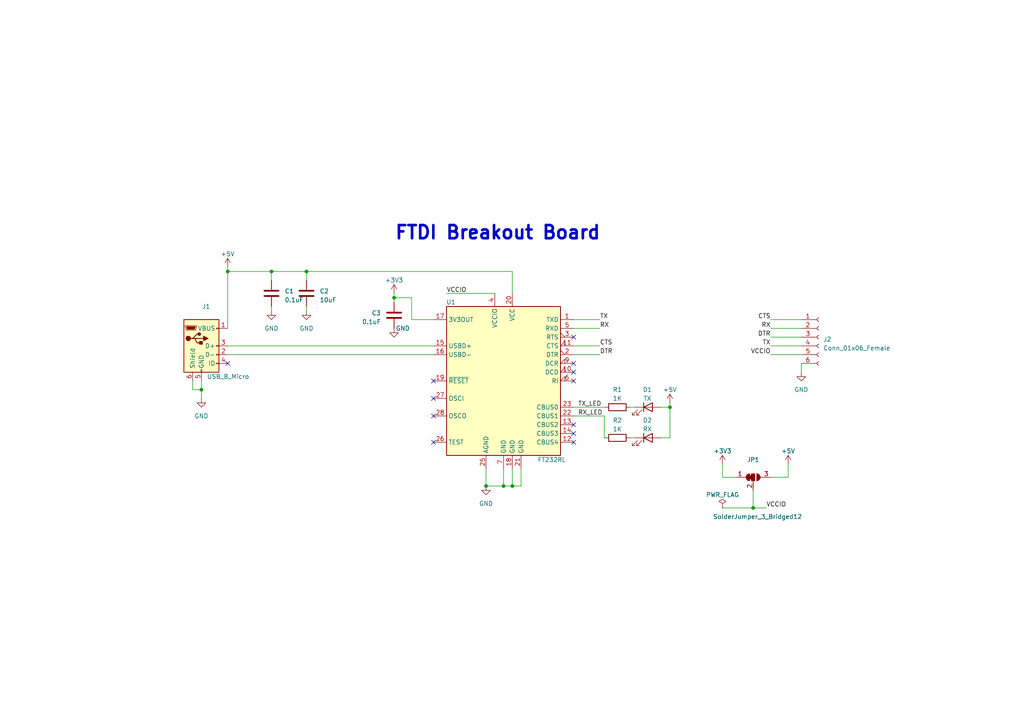
<source format=kicad_sch>
(kicad_sch (version 20210406) (generator eeschema)
  (paper "A4")
  (title_block (title "FTDI_Basic_Breakout-3.3V") (date "2021-06-20") (comment 1 "Drawn by: @hemalchevli"))
  (lib_symbols
    (symbol "FTDI_Basic_Breakout:C" (pin_numbers hide) (pin_names (offset 0.254))
      (property "Reference" "C" (at 0.635 2.54 0))
      (property "Value" "C" (at 0.635 -2.54 0))
      (symbol "C_0_1"
        (polyline (pts (xy -2.032 -0.762) (xy 2.032 -0.762)) (stroke (width 0.508)))
        (polyline (pts (xy -2.032 0.762) (xy 2.032 0.762)) (stroke (width 0.508)))
      )
      (symbol "C_1_1"
        (pin passive line (at 0 3.81 270) (length 2.794) (name "~") (number "1"))
        (pin passive line (at 0 -3.81 90) (length 2.794) (name "~") (number "2"))
      )
    )
    (symbol "FTDI_Basic_Breakout:Conn_01x06_Female" (pin_names (offset 1.016) hide)
      (property "Reference" "J" (at 0 7.62 0))
      (property "Value" "Conn_01x06_Female" (at 0 -10.16 0))
      (symbol "Conn_01x06_Female_1_1"
        (arc (start 0 -7.112) (end 0 -8.128) (radius (at 0 -7.62) (length 0.508) (angles 90.1 -90.1)) (stroke (width 0.1524)))
        (arc (start 0 -4.572) (end 0 -5.588) (radius (at 0 -5.08) (length 0.508) (angles 90.1 -90.1)) (stroke (width 0.1524)))
        (arc (start 0 -2.032) (end 0 -3.048) (radius (at 0 -2.54) (length 0.508) (angles 90.1 -90.1)) (stroke (width 0.1524)))
        (arc (start 0 0.508) (end 0 -0.508) (radius (at 0 0) (length 0.508) (angles 90.1 -90.1)) (stroke (width 0.1524)))
        (arc (start 0 3.048) (end 0 2.032) (radius (at 0 2.54) (length 0.508) (angles 90.1 -90.1)) (stroke (width 0.1524)))
        (arc (start 0 5.588) (end 0 4.572) (radius (at 0 5.08) (length 0.508) (angles 90.1 -90.1)) (stroke (width 0.1524)))
        (polyline (pts (xy -1.27 -7.62) (xy -0.508 -7.62)) (stroke (width 0.1524)))
        (polyline (pts (xy -1.27 -5.08) (xy -0.508 -5.08)) (stroke (width 0.1524)))
        (polyline (pts (xy -1.27 -2.54) (xy -0.508 -2.54)) (stroke (width 0.1524)))
        (polyline (pts (xy -1.27 0) (xy -0.508 0)) (stroke (width 0.1524)))
        (polyline (pts (xy -1.27 2.54) (xy -0.508 2.54)) (stroke (width 0.1524)))
        (polyline (pts (xy -1.27 5.08) (xy -0.508 5.08)) (stroke (width 0.1524)))
        (pin passive line (at -5.08 5.08 0) (length 3.81) (name "Pin_1") (number "1"))
        (pin passive line (at -5.08 2.54 0) (length 3.81) (name "Pin_2") (number "2"))
        (pin passive line (at -5.08 0 0) (length 3.81) (name "Pin_3") (number "3"))
        (pin passive line (at -5.08 -2.54 0) (length 3.81) (name "Pin_4") (number "4"))
        (pin passive line (at -5.08 -5.08 0) (length 3.81) (name "Pin_5") (number "5"))
        (pin passive line (at -5.08 -7.62 0) (length 3.81) (name "Pin_6") (number "6"))
      )
    )
    (symbol "FTDI_Basic_Breakout:FT232RL"
      (property "Reference" "U" (at -16.51 22.86 0))
      (property "Value" "FT232RL" (at 10.16 22.86 0))
      (symbol "FT232RL_0_1"
        (rectangle (start -16.51 21.59) (end 16.51 -21.59) (stroke (width 0.254)) (fill (type background)))
      )
      (symbol "FT232RL_1_1"
        (pin output line (at 20.32 17.78 180) (length 3.81) (name "TXD") (number "1"))
        (pin input input_low (at 20.32 2.54 180) (length 3.81) (name "DCD") (number "10"))
        (pin input input_low (at 20.32 10.16 180) (length 3.81) (name "CTS") (number "11"))
        (pin bidirectional line (at 20.32 -17.78 180) (length 3.81) (name "CBUS4") (number "12"))
        (pin bidirectional line (at 20.32 -12.7 180) (length 3.81) (name "CBUS2") (number "13"))
        (pin bidirectional line (at 20.32 -15.24 180) (length 3.81) (name "CBUS3") (number "14"))
        (pin bidirectional line (at -20.32 10.16 0) (length 3.81) (name "USBD+") (number "15"))
        (pin bidirectional line (at -20.32 7.62 0) (length 3.81) (name "USBD-") (number "16"))
        (pin power_out line (at -20.32 17.78 0) (length 3.81) (name "3V3OUT") (number "17"))
        (pin power_in line (at 2.54 -25.4 90) (length 3.81) (name "GND") (number "18"))
        (pin input line (at -20.32 0 0) (length 3.81) (name "~RESET~") (number "19"))
        (pin output output_low (at 20.32 7.62 180) (length 3.81) (name "DTR") (number "2"))
        (pin power_in line (at 2.54 25.4 270) (length 3.81) (name "VCC") (number "20"))
        (pin power_in line (at 5.08 -25.4 90) (length 3.81) (name "GND") (number "21"))
        (pin bidirectional line (at 20.32 -10.16 180) (length 3.81) (name "CBUS1") (number "22"))
        (pin bidirectional line (at 20.32 -7.62 180) (length 3.81) (name "CBUS0") (number "23"))
        (pin power_in line (at -5.08 -25.4 90) (length 3.81) (name "AGND") (number "25"))
        (pin input line (at -20.32 -17.78 0) (length 3.81) (name "TEST") (number "26"))
        (pin input line (at -20.32 -5.08 0) (length 3.81) (name "OSCI") (number "27"))
        (pin output line (at -20.32 -10.16 0) (length 3.81) (name "OSCO") (number "28"))
        (pin output output_low (at 20.32 12.7 180) (length 3.81) (name "RTS") (number "3"))
        (pin power_in line (at -2.54 25.4 270) (length 3.81) (name "VCCIO") (number "4"))
        (pin input line (at 20.32 15.24 180) (length 3.81) (name "RXD") (number "5"))
        (pin input input_low (at 20.32 0 180) (length 3.81) (name "RI") (number "6"))
        (pin power_in line (at 0 -25.4 90) (length 3.81) (name "GND") (number "7"))
        (pin input input_low (at 20.32 5.08 180) (length 3.81) (name "DCR") (number "9"))
      )
    )
    (symbol "FTDI_Basic_Breakout:LED" (pin_numbers hide) (pin_names (offset 1.016) hide)
      (property "Reference" "D" (at 0 2.54 0))
      (property "Value" "LED" (at 0 -2.54 0))
      (symbol "LED_0_1"
        (polyline (pts (xy -1.27 -1.27) (xy -1.27 1.27)) (stroke (width 0.254)))
        (polyline (pts (xy -1.27 0) (xy 1.27 0)))
        (polyline (pts (xy 1.27 -1.27) (xy 1.27 1.27) (xy -1.27 0) (xy 1.27 -1.27)) (stroke (width 0.254)))
        (polyline (pts (xy -3.048 -0.762) (xy -4.572 -2.286) (xy -3.81 -2.286) (xy -4.572 -2.286) (xy -4.572 -1.524)))
        (polyline (pts (xy -1.778 -0.762) (xy -3.302 -2.286) (xy -2.54 -2.286) (xy -3.302 -2.286) (xy -3.302 -1.524)))
      )
      (symbol "LED_1_1"
        (pin passive line (at -3.81 0 0) (length 2.54) (name "K") (number "1"))
        (pin passive line (at 3.81 0 180) (length 2.54) (name "A") (number "2"))
      )
    )
    (symbol "FTDI_Basic_Breakout:R" (pin_numbers hide) (pin_names (offset 0))
      (property "Reference" "R" (at 2.032 0 90))
      (property "Value" "R" (at 0 0 90))
      (symbol "R_0_1"
        (rectangle (start -1.016 -2.54) (end 1.016 2.54) (stroke (width 0.254)))
      )
      (symbol "R_1_1"
        (pin passive line (at 0 3.81 270) (length 1.27) (name "~") (number "1"))
        (pin passive line (at 0 -3.81 90) (length 1.27) (name "~") (number "2"))
      )
    )
    (symbol "FTDI_Basic_Breakout:SolderJumper_3_Bridged12" (pin_names (offset 0) hide)
      (property "Reference" "JP" (at -2.54 -2.54 0))
      (property "Value" "SolderJumper_3_Bridged12" (at 0 2.794 0))
      (symbol "SolderJumper_3_Bridged12_0_1"
        (arc (start -1.016 1.016) (end -1.016 -1.016) (radius (at -1.016 0) (length 1.016) (angles 90.1 -90.1)))
        (arc (start 1.016 -1.016) (end 1.016 1.016) (radius (at 1.016 0) (length 1.016) (angles -89.9 89.9)))
        (arc (start -1.016 1.016) (end -1.016 -1.016) (radius (at -1.016 0) (length 1.016) (angles 90.1 -90.1)) (fill (type outline)))
        (arc (start 1.016 -1.016) (end 1.016 1.016) (radius (at 1.016 0) (length 1.016) (angles -89.9 89.9)) (fill (type outline)))
        (rectangle (start -1.016 0.508) (end -0.508 -0.508) (fill (type outline)))
        (rectangle (start -0.508 1.016) (end 0.508 -1.016) (fill (type outline)))
        (polyline (pts (xy -2.54 0) (xy -2.032 0)))
        (polyline (pts (xy -1.016 1.016) (xy -1.016 -1.016)))
        (polyline (pts (xy 0 -1.27) (xy 0 -1.016)))
        (polyline (pts (xy 1.016 1.016) (xy 1.016 -1.016)))
        (polyline (pts (xy 2.54 0) (xy 2.032 0)))
      )
      (symbol "SolderJumper_3_Bridged12_1_1"
        (pin passive line (at -5.08 0 0) (length 2.54) (name "A") (number "1"))
        (pin input line (at 0 -3.81 90) (length 2.54) (name "C") (number "2"))
        (pin passive line (at 5.08 0 180) (length 2.54) (name "B") (number "3"))
      )
    )
    (symbol "FTDI_Basic_Breakout:USB_B_Micro" (pin_names (offset 1.016))
      (property "Reference" "J" (at -5.08 11.43 0))
      (property "Value" "USB_B_Micro" (at -5.08 8.89 0))
      (symbol "USB_B_Micro_0_1"
        (circle (center -3.81 2.159) (radius 0.635) (stroke (width 0.254)) (fill (type outline)))
        (circle (center -0.635 3.429) (radius 0.381) (stroke (width 0.254)) (fill (type outline)))
        (rectangle (start -0.127 -7.62) (end 0.127 -6.858))
        (rectangle (start 5.08 -5.207) (end 4.318 -4.953))
        (rectangle (start 5.08 -2.667) (end 4.318 -2.413))
        (rectangle (start 5.08 -0.127) (end 4.318 0.127))
        (rectangle (start 5.08 4.953) (end 4.318 5.207))
        (rectangle (start 0.254 1.27) (end -0.508 0.508) (stroke (width 0.254)) (fill (type outline)))
        (rectangle (start -5.08 -7.62) (end 5.08 7.62) (stroke (width 0.254)) (fill (type background)))
        (polyline (pts (xy -1.905 2.159) (xy 0.635 2.159)) (stroke (width 0.254)))
        (polyline (pts (xy -3.175 2.159) (xy -2.54 2.159) (xy -1.27 3.429) (xy -0.635 3.429)) (stroke (width 0.254)))
        (polyline (pts (xy -2.54 2.159) (xy -1.905 2.159) (xy -1.27 0.889) (xy 0 0.889)) (stroke (width 0.254)))
        (polyline (pts (xy -4.699 5.842) (xy -4.699 5.588) (xy -4.445 4.826) (xy -4.445 4.572) (xy -1.651 4.572) (xy -1.651 4.826) (xy -1.397 5.588) (xy -1.397 5.842) (xy -4.699 5.842)))
        (polyline (pts (xy 0.635 2.794) (xy 0.635 1.524) (xy 1.905 2.159) (xy 0.635 2.794)) (stroke (width 0.254)) (fill (type outline)))
        (polyline (pts (xy -4.318 5.588) (xy -1.778 5.588) (xy -2.032 4.826) (xy -4.064 4.826) (xy -4.318 5.588)) (fill (type outline)))
      )
      (symbol "USB_B_Micro_1_1"
        (pin power_out line (at 7.62 5.08 180) (length 2.54) (name "VBUS") (number "1"))
        (pin bidirectional line (at 7.62 -2.54 180) (length 2.54) (name "D-") (number "2"))
        (pin bidirectional line (at 7.62 0 180) (length 2.54) (name "D+") (number "3"))
        (pin passive line (at 7.62 -5.08 180) (length 2.54) (name "ID") (number "4"))
        (pin power_out line (at 0 -10.16 90) (length 2.54) (name "GND") (number "5"))
        (pin passive line (at -2.54 -10.16 90) (length 2.54) (name "Shield") (number "6"))
      )
    )
    (symbol "power:+3.3V" (power) (pin_names (offset 0))
      (property "Value" "+3.3V" (at 0 3.556 0))
      (symbol "+3.3V_0_1"
        (polyline (pts (xy -0.762 1.27) (xy 0 2.54)))
        (polyline (pts (xy 0 0) (xy 0 2.54)))
        (polyline (pts (xy 0 2.54) (xy 0.762 1.27)))
      )
      (symbol "+3.3V_1_1"
        (pin power_in line (at 0 0 90) (length 0) hide (name "+3V3") (number "1"))
      )
    )
    (symbol "power:+5V" (power) (pin_names (offset 0))
      (property "Value" "+5V" (at 0 3.556 0))
      (symbol "+5V_0_1"
        (polyline (pts (xy -0.762 1.27) (xy 0 2.54)))
        (polyline (pts (xy 0 0) (xy 0 2.54)))
        (polyline (pts (xy 0 2.54) (xy 0.762 1.27)))
      )
      (symbol "+5V_1_1"
        (pin power_in line (at 0 0 90) (length 0) hide (name "+5V") (number "1"))
      )
    )
    (symbol "power:GND" (power) (pin_names (offset 0))
      (property "Value" "GND" (at 0 -3.81 0))
      (symbol "GND_0_1"
        (polyline (pts (xy 0 0) (xy 0 -1.27) (xy 1.27 -1.27) (xy 0 -2.54) (xy -1.27 -1.27) (xy 0 -1.27)))
      )
      (symbol "GND_1_1"
        (pin power_in line (at 0 0 270) (length 0) hide (name "GND") (number "1"))
      )
    )
    (symbol "power:PWR_FLAG" (power) (pin_numbers hide) (pin_names (offset 0) hide)
      (property "Value" "PWR_FLAG" (at 0 3.81 0))
      (symbol "PWR_FLAG_0_0"
        (pin power_out line (at 0 0 90) (length 0) (name "pwr") (number "1"))
      )
      (symbol "PWR_FLAG_0_1"
        (polyline (pts (xy 0 0) (xy 0 1.27) (xy -1.016 1.905) (xy 0 2.54) (xy 1.016 1.905) (xy 0 1.27)))
      )
    )
  )
  (junction (at 58.42 113.03) (diameter 0.9144))
  (junction (at 66.04 78.74) (diameter 0.9144))
  (junction (at 78.74 78.74) (diameter 0.9144))
  (junction (at 88.9 78.74) (diameter 0.9144))
  (junction (at 114.3 86.36) (diameter 0.9144))
  (junction (at 140.97 140.97) (diameter 0.9144))
  (junction (at 146.05 140.97) (diameter 0.9144))
  (junction (at 148.59 140.97) (diameter 0.9144))
  (junction (at 194.31 118.11) (diameter 0.9144))
  (junction (at 218.44 147.32) (diameter 0.9144))
  (no_connect (at 66.04 105.41))
  (no_connect (at 125.73 110.49))
  (no_connect (at 125.73 115.57))
  (no_connect (at 125.73 120.65))
  (no_connect (at 125.73 128.27))
  (no_connect (at 166.37 97.79))
  (no_connect (at 166.37 105.41))
  (no_connect (at 166.37 107.95))
  (no_connect (at 166.37 110.49))
  (no_connect (at 166.37 123.19))
  (no_connect (at 166.37 125.73))
  (no_connect (at 166.37 128.27))
  (wire (pts (xy 55.88 110.49) (xy 55.88 113.03)))
  (wire (pts (xy 55.88 113.03) (xy 58.42 113.03)))
  (wire (pts (xy 58.42 110.49) (xy 58.42 113.03)))
  (wire (pts (xy 58.42 113.03) (xy 58.42 115.57)))
  (wire (pts (xy 66.04 77.47) (xy 66.04 78.74)))
  (wire (pts (xy 66.04 78.74) (xy 78.74 78.74)))
  (wire (pts (xy 66.04 95.25) (xy 66.04 78.74)))
  (wire (pts (xy 66.04 100.33) (xy 125.73 100.33)))
  (wire (pts (xy 66.04 102.87) (xy 125.73 102.87)))
  (wire (pts (xy 78.74 78.74) (xy 78.74 81.28)))
  (wire (pts (xy 78.74 78.74) (xy 88.9 78.74)))
  (wire (pts (xy 78.74 88.9) (xy 78.74 90.17)))
  (wire (pts (xy 88.9 78.74) (xy 88.9 81.28)))
  (wire (pts (xy 88.9 78.74) (xy 148.59 78.74)))
  (wire (pts (xy 88.9 90.17) (xy 88.9 88.9)))
  (wire (pts (xy 114.3 85.09) (xy 114.3 86.36)))
  (wire (pts (xy 114.3 86.36) (xy 114.3 87.63)))
  (wire (pts (xy 119.38 86.36) (xy 114.3 86.36)))
  (wire (pts (xy 119.38 92.71) (xy 119.38 86.36)))
  (wire (pts (xy 119.38 92.71) (xy 125.73 92.71)))
  (wire (pts (xy 129.54 85.09) (xy 143.51 85.09)))
  (wire (pts (xy 140.97 135.89) (xy 140.97 140.97)))
  (wire (pts (xy 140.97 140.97) (xy 146.05 140.97)))
  (wire (pts (xy 146.05 135.89) (xy 146.05 140.97)))
  (wire (pts (xy 146.05 140.97) (xy 148.59 140.97)))
  (wire (pts (xy 148.59 78.74) (xy 148.59 85.09)))
  (wire (pts (xy 148.59 135.89) (xy 148.59 140.97)))
  (wire (pts (xy 148.59 140.97) (xy 151.13 140.97)))
  (wire (pts (xy 151.13 140.97) (xy 151.13 135.89)))
  (wire (pts (xy 166.37 92.71) (xy 173.99 92.71)))
  (wire (pts (xy 166.37 95.25) (xy 173.99 95.25)))
  (wire (pts (xy 166.37 100.33) (xy 173.99 100.33)))
  (wire (pts (xy 166.37 102.87) (xy 173.99 102.87)))
  (wire (pts (xy 166.37 118.11) (xy 175.26 118.11)))
  (wire (pts (xy 166.37 120.65) (xy 175.26 120.65)))
  (wire (pts (xy 175.26 120.65) (xy 175.26 127)))
  (wire (pts (xy 182.88 118.11) (xy 184.15 118.11)))
  (wire (pts (xy 182.88 127) (xy 184.15 127)))
  (wire (pts (xy 191.77 118.11) (xy 194.31 118.11)))
  (wire (pts (xy 194.31 116.84) (xy 194.31 118.11)))
  (wire (pts (xy 194.31 118.11) (xy 194.31 127)))
  (wire (pts (xy 194.31 127) (xy 191.77 127)))
  (wire (pts (xy 209.55 134.62) (xy 209.55 138.43)))
  (wire (pts (xy 209.55 147.32) (xy 218.44 147.32)))
  (wire (pts (xy 213.36 138.43) (xy 209.55 138.43)))
  (wire (pts (xy 218.44 142.24) (xy 218.44 147.32)))
  (wire (pts (xy 218.44 147.32) (xy 222.25 147.32)))
  (wire (pts (xy 223.52 92.71) (xy 232.41 92.71)))
  (wire (pts (xy 223.52 95.25) (xy 232.41 95.25)))
  (wire (pts (xy 223.52 97.79) (xy 232.41 97.79)))
  (wire (pts (xy 223.52 100.33) (xy 232.41 100.33)))
  (wire (pts (xy 223.52 102.87) (xy 232.41 102.87)))
  (wire (pts (xy 223.52 138.43) (xy 228.6 138.43)))
  (wire (pts (xy 228.6 134.62) (xy 228.6 138.43)))
  (wire (pts (xy 232.41 105.41) (xy 232.41 107.95)))
  (text "FTDI Breakout Board" (at 114.3 69.85 0) (effects (font (size 3.81 3.81) (thickness 0.762) bold) (justify left bottom)))
  (label "VCCIO" (at 129.54 85.09 0))
  (label "TX_LED" (at 167.64 118.11 0))
  (label "RX_LED" (at 167.64 120.65 0))
  (label "TX" (at 173.99 92.71 0))
  (label "RX" (at 173.99 95.25 0))
  (label "CTS" (at 173.99 100.33 0))
  (label "DTR" (at 173.99 102.87 0))
  (label "VCCIO" (at 222.25 147.32 0))
  (label "CTS" (at 223.52 92.71 180))
  (label "RX" (at 223.52 95.25 180))
  (label "DTR" (at 223.52 97.79 180))
  (label "TX" (at 223.52 100.33 180))
  (label "VCCIO" (at 223.52 102.87 180))
  (symbol (lib_id "power:+5V") (at 66.04 77.47 0) (unit 1)
    (property "Reference" "#PWR0104" (effects hide))
    (property "Value" "+5V" (at 66.04 73.66 0))
  )
  (symbol (lib_id "power:+3.3V") (at 114.3 85.09 0) (unit 1)
    (property "Reference" "#PWR06" (effects hide))
    (property "Value" "+3.3V" (at 114.3 81.28 0))
  )
  (symbol (lib_id "power:+5V") (at 194.31 116.84 0) (unit 1)
    (property "Reference" "#PWR0108" (effects hide))
    (property "Value" "+5V" (at 194.31 113.03 0))
  )
  (symbol (lib_id "power:+3.3V") (at 209.55 134.62 0) (unit 1)
    (property "Reference" "#PWR09" (effects hide))
    (property "Value" "+3.3V" (at 209.55 130.81 0))
  )
  (symbol (lib_id "power:+5V") (at 228.6 134.62 0) (unit 1)
    (property "Reference" "#PWR0107" (effects hide))
    (property "Value" "+5V" (at 228.6 130.81 0))
  )
  (symbol (lib_id "power:PWR_FLAG") (at 209.55 147.32 0) (unit 1)
    (property "Reference" "#FLG0101" (effects hide))
    (property "Value" "PWR_FLAG" (at 209.55 143.51 0))
  )
  (symbol (lib_id "power:GND") (at 58.42 115.57 0) (unit 1)
    (property "Reference" "#PWR0101" (effects hide))
    (property "Value" "GND" (at 58.42 120.65 0))
  )
  (symbol (lib_id "power:GND") (at 78.74 90.17 0) (unit 1)
    (property "Reference" "#PWR0103" (effects hide))
    (property "Value" "GND" (at 78.74 95.25 0))
  )
  (symbol (lib_id "power:GND") (at 88.9 90.17 0) (unit 1)
    (property "Reference" "#PWR0105" (effects hide))
    (property "Value" "GND" (at 88.9 95.25 0))
  )
  (symbol (lib_id "power:GND") (at 114.3 95.25 0) (unit 1)
    (property "Reference" "#PWR0102" (effects hide))
    (property "Value" "GND" (at 116.84 95.25 0))
  )
  (symbol (lib_id "power:GND") (at 140.97 140.97 0) (unit 1)
    (property "Reference" "#PWR0106" (effects hide))
    (property "Value" "GND" (at 140.97 146.05 0))
  )
  (symbol (lib_id "power:GND") (at 232.41 107.95 0) (unit 1)
    (property "Reference" "#PWR0109" (effects hide))
    (property "Value" "GND" (at 232.41 113.03 0))
  )
  (symbol (lib_id "FTDI_Basic_Breakout:R") (at 179.07 118.11 90) (unit 1)
    (property "Reference" "R1" (at 179.07 113.03 90))
    (property "Value" "1K" (at 179.07 115.57 90))
    (property "Footprint" "FTDI_Basic_Breakout:R_0603_1608Metric" (effects hide))
  )
  (symbol (lib_id "FTDI_Basic_Breakout:R") (at 179.07 127 90) (unit 1)
    (property "Reference" "R2" (at 179.07 121.92 90))
    (property "Value" "1K" (at 179.07 124.46 90))
    (property "Footprint" "FTDI_Basic_Breakout:R_0603_1608Metric" (effects hide))
  )
  (symbol (lib_id "FTDI_Basic_Breakout:LED") (at 187.96 118.11 0) (unit 1)
    (property "Reference" "D1" (at 187.7695 113.03 0))
    (property "Value" "TX" (at 187.7695 115.57 0))
    (property "Footprint" "FTDI_Basic_Breakout:LED_0603_1608Metric" (effects hide))
  )
  (symbol (lib_id "FTDI_Basic_Breakout:LED") (at 187.96 127 0) (unit 1)
    (property "Reference" "D2" (at 187.7695 121.92 0))
    (property "Value" "RX" (at 187.7695 124.46 0))
    (property "Footprint" "FTDI_Basic_Breakout:LED_0603_1608Metric" (effects hide))
  )
  (symbol (lib_id "FTDI_Basic_Breakout:C") (at 78.74 85.09 0) (unit 1)
    (property "Reference" "C1" (at 82.55 84.4549 0) (effects (justify left)))
    (property "Value" "0.1uF" (at 82.55 86.9949 0) (effects (justify left)))
    (property "Footprint" "FTDI_Basic_Breakout:C_0603_1608Metric" (effects hide))
  )
  (symbol (lib_id "FTDI_Basic_Breakout:C") (at 88.9 85.09 0) (unit 1)
    (property "Reference" "C2" (at 92.71 84.4549 0) (effects (justify left)))
    (property "Value" "10uF" (at 92.71 86.9949 0) (effects (justify left)))
    (property "Footprint" "FTDI_Basic_Breakout:C_0805_2012Metric" (effects hide))
  )
  (symbol (lib_id "FTDI_Basic_Breakout:C") (at 114.3 91.44 0) (mirror x) (unit 1)
    (property "Reference" "C3" (at 110.49 90.8049 0) (effects (justify right)))
    (property "Value" "0.1uF" (at 110.49 93.3449 0) (effects (justify right)))
    (property "Footprint" "FTDI_Basic_Breakout:C_0603_1608Metric" (effects hide))
  )
  (symbol (lib_id "FTDI_Basic_Breakout:SolderJumper_3_Bridged12") (at 218.44 138.43 0) (unit 1)
    (property "Reference" "JP1" (at 218.44 133.35 0))
    (property "Value" "SolderJumper_3_Bridged12" (at 219.71 149.86 0))
    (property "Footprint" "FTDI_Basic_Breakout:SolderJumper-3_P1.3mm_Bridged12_RoundedPad1.0x1.5mm" (effects hide))
  )
  (symbol (lib_id "FTDI_Basic_Breakout:Conn_01x06_Female") (at 237.49 97.79 0) (unit 1)
    (property "Reference" "J2" (at 238.76 98.4249 0) (effects (justify left)))
    (property "Value" "Conn_01x06_Female" (at 238.76 100.9649 0) (effects (justify left)))
    (property "Footprint" "Connector_PinHeader_2.54mm:PinHeader_1x06_P2.54mm_Vertical" (effects hide))
  )
  (symbol (lib_id "FTDI_Basic_Breakout:USB_B_Micro") (at 58.42 100.33 0) (unit 1)
    (property "Reference" "J1" (at 59.817 88.9 0))
    (property "Value" "USB_B_Micro" (at 66.167 109.22 0))
    (property "Footprint" "FTDI_Basic_Breakout:USB_Micro-B_Wuerth_629105150521" (effects hide))
  )
  (symbol (lib_id "FTDI_Basic_Breakout:FT232RL") (at 146.05 110.49 0) (unit 1)
    (property "Reference" "U1" (at 130.81 87.63 0))
    (property "Value" "FT232RL" (at 160.02 133.35 0))
    (property "Footprint" "FTDI_Basic_Breakout:SSOP-28_5.3x10.2mm_P0.65mm" (effects hide))
    (property "Datasheet" "https://www.ftdichip.com/Support/Documents/DataSheets/ICs/DS_FT232R.pdf" (effects hide))
  )
)
</source>
